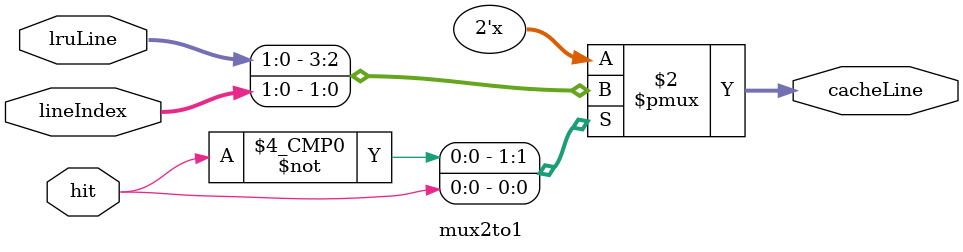
<source format=v>
`timescale 1ns / 1ps
module mux2to1(
    input [1:0] lineIndex,
    input [1:0] lruLine,
    input hit,
    output reg [1:0] cacheLine
    );
	
	always@(lineIndex,lruLine,hit)
		begin 
			case(hit)
				1'b0: cacheLine = lruLine;
				1'b1: cacheLine = lineIndex;
			endcase
		end
	
	
endmodule

</source>
